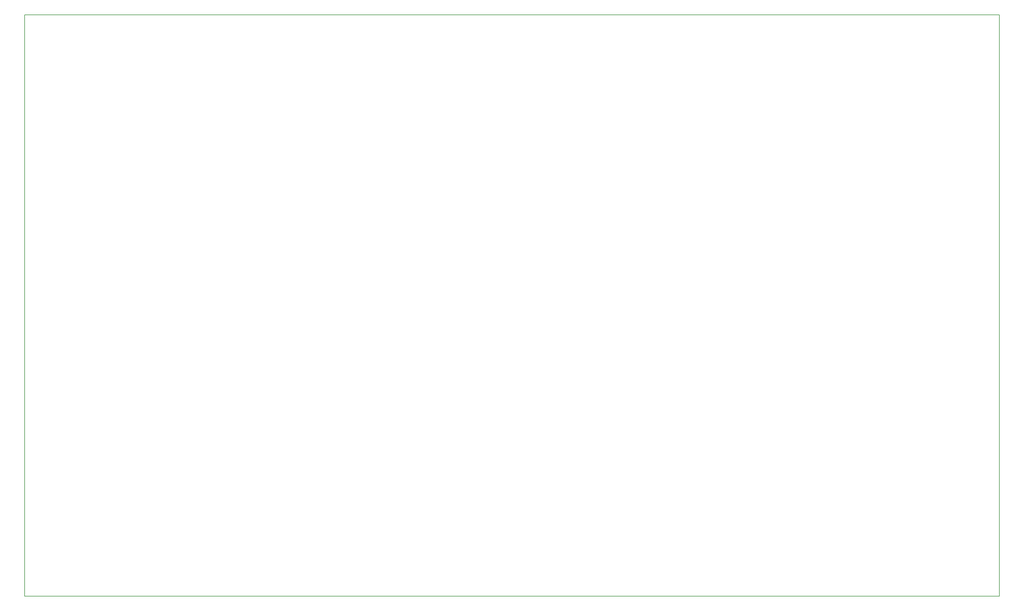
<source format=gm1>
G04 MADE WITH FRITZING*
G04 WWW.FRITZING.ORG*
G04 DOUBLE SIDED*
G04 HOLES PLATED*
G04 CONTOUR ON CENTER OF CONTOUR VECTOR*
%ASAXBY*%
%FSLAX23Y23*%
%MOIN*%
%OFA0B0*%
%SFA1.0B1.0*%
%ADD10R,11.614200X6.933240*%
%ADD11C,0.008000*%
%ADD10C,0.008*%
%LNCONTOUR*%
G90*
G70*
G54D10*
G54D11*
X4Y6929D02*
X11610Y6929D01*
X11610Y4D01*
X4Y4D01*
X4Y6929D01*
D02*
G04 End of contour*
M02*
</source>
